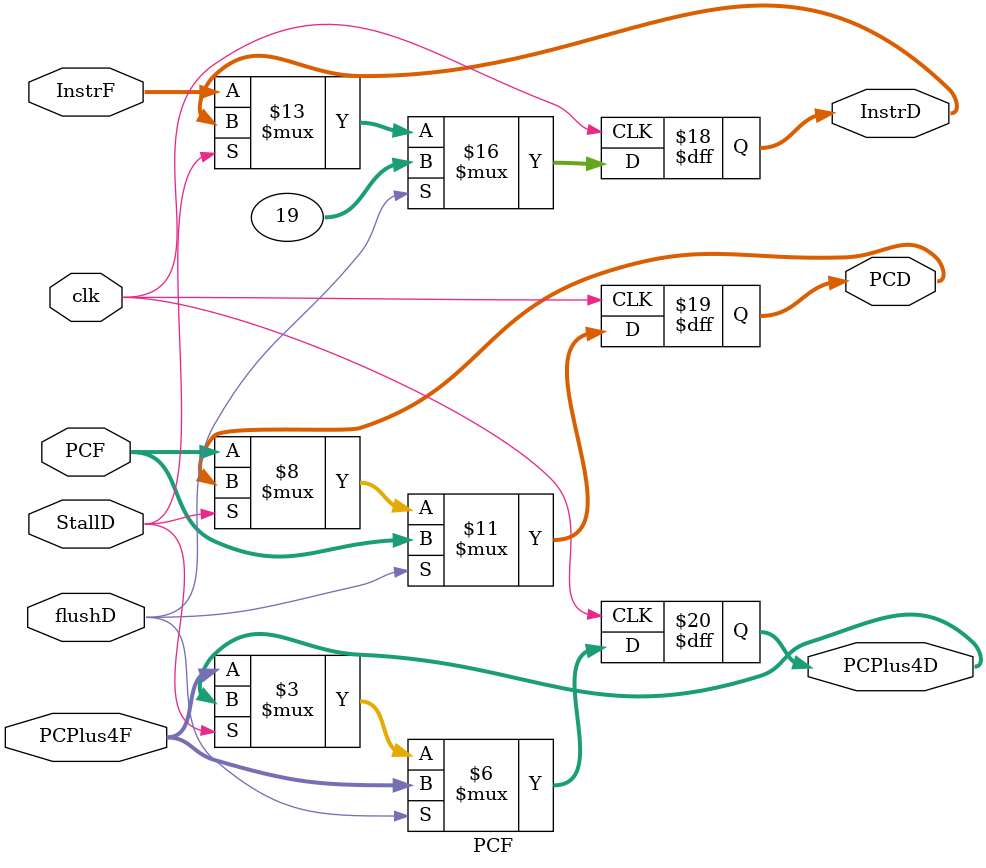
<source format=sv>
module PCF #(
    parameter WIDTH = 32
)(
    input logic clk,
    //input logic rst,
    input logic flushD,
    input logic StallD,

    input logic [WIDTH - 1:0] InstrF,
    input logic [WIDTH - 1:0] PCF,
    input logic [WIDTH - 1:0] PCPlus4F,
    
    output logic [WIDTH - 1:0] InstrD,
    output logic [WIDTH - 1:0] PCD,
    output logic [WIDTH - 1:0] PCPlus4D
    
);


always_ff @(posedge clk) begin

    // if (rst) begin
    //     InstrD <= 0;
    //     PCD <= 0;
    //     PCPlus4D <= 0;
    // end

    if (flushD) begin 
        InstrD <= {27'b0, 5'b10011};
        PCD <= PCF;
        PCPlus4D <= PCPlus4F;
    end

    else if (StallD == 0) begin
        InstrD <= InstrF;
        PCD <= PCF;
        PCPlus4D <= PCPlus4F;
    end
end

endmodule

</source>
